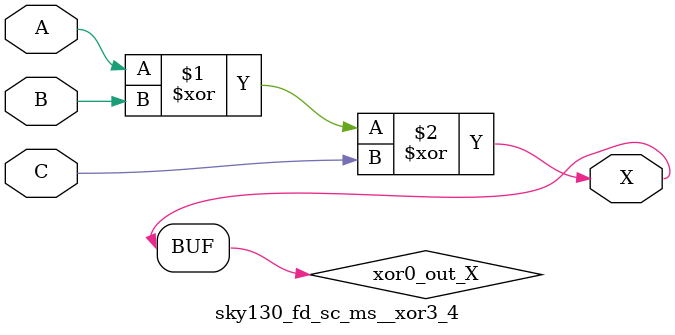
<source format=v>
/*
 * Copyright 2020 The SkyWater PDK Authors
 *
 * Licensed under the Apache License, Version 2.0 (the "License");
 * you may not use this file except in compliance with the License.
 * You may obtain a copy of the License at
 *
 *     https://www.apache.org/licenses/LICENSE-2.0
 *
 * Unless required by applicable law or agreed to in writing, software
 * distributed under the License is distributed on an "AS IS" BASIS,
 * WITHOUT WARRANTIES OR CONDITIONS OF ANY KIND, either express or implied.
 * See the License for the specific language governing permissions and
 * limitations under the License.
 *
 * SPDX-License-Identifier: Apache-2.0
*/


`ifndef SKY130_FD_SC_MS__XOR3_4_FUNCTIONAL_V
`define SKY130_FD_SC_MS__XOR3_4_FUNCTIONAL_V

/**
 * xor3: 3-input exclusive OR.
 *
 *       X = A ^ B ^ C
 *
 * Verilog simulation functional model.
 */

`timescale 1ns / 1ps
`default_nettype none

`celldefine
module sky130_fd_sc_ms__xor3_4 (
    X,
    A,
    B,
    C
);

    // Module ports
    output X;
    input  A;
    input  B;
    input  C;

    // Local signals
    wire xor0_out_X;

    //  Name  Output      Other arguments
    xor xor0 (xor0_out_X, A, B, C        );
    buf buf0 (X         , xor0_out_X     );

endmodule
`endcelldefine

`default_nettype wire
`endif  // SKY130_FD_SC_MS__XOR3_4_FUNCTIONAL_V

</source>
